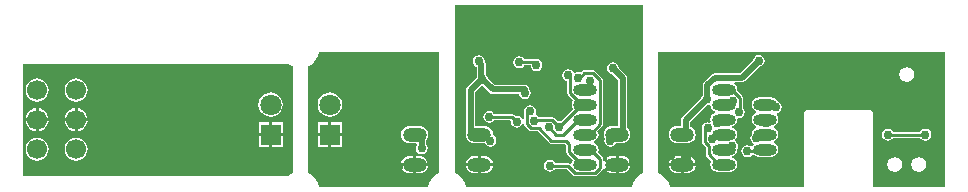
<source format=gbl>
G04 Layer_Physical_Order=2*
G04 Layer_Color=16711680*
%FSLAX25Y25*%
%MOIN*%
G70*
G01*
G75*
%ADD31C,0.01000*%
%ADD32C,0.01969*%
%ADD41C,0.06693*%
%ADD42R,0.07087X0.07087*%
%ADD43C,0.07087*%
%ADD44C,0.02756*%
%ADD45C,0.02953*%
%ADD46O,0.07874X0.04724*%
%ADD47O,0.07874X0.03740*%
G36*
X308240Y1012D02*
X284193D01*
Y26181D01*
X284037Y26558D01*
X283661Y26714D01*
X262007D01*
X261631Y26558D01*
X261474Y26181D01*
Y1012D01*
X216565D01*
X216541Y1254D01*
X216176Y2460D01*
X215581Y3571D01*
X214782Y4546D01*
X213808Y5345D01*
X212745Y5913D01*
Y46233D01*
X308240D01*
Y1012D01*
D02*
G37*
G36*
X89834Y41899D02*
X90897Y41331D01*
Y5913D01*
X89834Y5345D01*
X89351Y4949D01*
X1012D01*
Y42296D01*
X89351D01*
X89834Y41899D01*
D02*
G37*
G36*
X139814Y5913D02*
X138751Y5345D01*
X137777Y4546D01*
X136978Y3571D01*
X136384Y2460D01*
X136018Y1254D01*
X135994Y1012D01*
X99734D01*
X99711Y1254D01*
X99345Y2460D01*
X98751Y3571D01*
X97951Y4546D01*
X96977Y5345D01*
X95915Y5913D01*
Y41331D01*
X96977Y41899D01*
X97951Y42698D01*
X98751Y43673D01*
X99345Y44784D01*
X99711Y45990D01*
X99734Y46233D01*
X139814D01*
Y5913D01*
D02*
G37*
G36*
X207727D02*
X206665Y5345D01*
X205691Y4546D01*
X204891Y3571D01*
X204297Y2460D01*
X203931Y1254D01*
X203907Y1012D01*
X148652D01*
X148628Y1254D01*
X148262Y2460D01*
X147668Y3571D01*
X146869Y4546D01*
X145894Y5345D01*
X144832Y5913D01*
Y61981D01*
X207727D01*
Y5913D01*
D02*
G37*
%LPC*%
G36*
X222342Y11509D02*
X221268D01*
Y9122D01*
X225164D01*
X225131Y9369D01*
X224843Y10065D01*
X224384Y10663D01*
X223786Y11122D01*
X223090Y11411D01*
X222342Y11509D01*
D02*
G37*
G36*
X220268D02*
X219193D01*
X218446Y11411D01*
X217749Y11122D01*
X217151Y10663D01*
X216693Y10065D01*
X216404Y9369D01*
X216372Y9122D01*
X220268D01*
Y11509D01*
D02*
G37*
G36*
X299571Y11112D02*
X298618Y10922D01*
X297810Y10383D01*
X297270Y9575D01*
X297081Y8622D01*
X297270Y7669D01*
X297810Y6861D01*
X298618Y6322D01*
X299571Y6132D01*
X300523Y6322D01*
X301331Y6861D01*
X301871Y7669D01*
X302061Y8622D01*
X301871Y9575D01*
X301331Y10383D01*
X300523Y10922D01*
X299571Y11112D01*
D02*
G37*
G36*
X291571D02*
X290618Y10922D01*
X289810Y10383D01*
X289270Y9575D01*
X289081Y8622D01*
X289270Y7669D01*
X289810Y6861D01*
X290618Y6322D01*
X291571Y6132D01*
X292524Y6322D01*
X293331Y6861D01*
X293871Y7669D01*
X294061Y8622D01*
X293871Y9575D01*
X293331Y10383D01*
X292524Y10922D01*
X291571Y11112D01*
D02*
G37*
G36*
X220268Y8122D02*
X216372D01*
X216404Y7875D01*
X216693Y7179D01*
X217151Y6581D01*
X217749Y6122D01*
X218446Y5833D01*
X219193Y5735D01*
X220268D01*
Y8122D01*
D02*
G37*
G36*
X225164D02*
X221268D01*
Y5735D01*
X222342D01*
X223090Y5833D01*
X223786Y6122D01*
X224384Y6581D01*
X224843Y7179D01*
X225131Y7875D01*
X225164Y8122D01*
D02*
G37*
G36*
X246260Y45216D02*
X245492Y45063D01*
X244841Y44628D01*
X244406Y43977D01*
X244283Y43361D01*
X239928Y39005D01*
X231527D01*
X230951Y38891D01*
X230463Y38564D01*
X227971Y36073D01*
X227645Y35584D01*
X227530Y35008D01*
Y31753D01*
X227280Y31378D01*
X227157Y30762D01*
X220786Y24391D01*
X220460Y23903D01*
X220345Y23327D01*
Y21501D01*
X219193D01*
X218448Y21403D01*
X217753Y21115D01*
X217157Y20658D01*
X216700Y20062D01*
X216412Y19367D01*
X216314Y18622D01*
X216412Y17877D01*
X216700Y17183D01*
X217157Y16586D01*
X217753Y16129D01*
X218448Y15841D01*
X219193Y15743D01*
X222342D01*
X223088Y15841D01*
X223782Y16129D01*
X224378Y16586D01*
X224836Y17183D01*
X225123Y17877D01*
X225221Y18622D01*
X225123Y19367D01*
X224836Y20062D01*
X224378Y20658D01*
X223782Y21115D01*
X223356Y21292D01*
Y22703D01*
X229286Y28633D01*
X229587Y28693D01*
X229965Y28638D01*
X230130Y28330D01*
X230255Y27700D01*
X230777Y26919D01*
X231559Y26397D01*
X231659Y26377D01*
Y25867D01*
X231559Y25847D01*
X230777Y25325D01*
X230255Y24544D01*
X230072Y23622D01*
X230205Y22954D01*
X230192Y22927D01*
X229790Y22566D01*
X229232Y22676D01*
X228464Y22524D01*
X227813Y22088D01*
X227378Y21437D01*
X227225Y20669D01*
X227241Y20592D01*
X227237Y20571D01*
Y16139D01*
X227313Y15752D01*
X227533Y15424D01*
X228516Y14441D01*
Y12008D01*
X228593Y11621D01*
X228812Y11293D01*
X230378Y9727D01*
X230255Y9544D01*
X230072Y8622D01*
X230255Y7700D01*
X230777Y6919D01*
X231559Y6397D01*
X232480Y6214D01*
X236614D01*
X237536Y6397D01*
X238317Y6919D01*
X238839Y7700D01*
X239023Y8622D01*
X238839Y9544D01*
X238317Y10325D01*
X237536Y10847D01*
X237436Y10867D01*
Y11377D01*
X237536Y11397D01*
X238317Y11919D01*
X238839Y12700D01*
X239023Y13622D01*
X239004Y13717D01*
X239256Y14094D01*
X239408Y14862D01*
X239256Y15630D01*
X238821Y16281D01*
X238542Y16468D01*
X238317Y16919D01*
X238839Y17700D01*
X239023Y18622D01*
X238839Y19544D01*
X238317Y20325D01*
X237536Y20847D01*
X237436Y20867D01*
Y21377D01*
X237536Y21397D01*
X238317Y21919D01*
X238839Y22700D01*
X239023Y23622D01*
X238994Y23765D01*
X239348Y24119D01*
X239567Y24075D01*
X240335Y24228D01*
X240986Y24663D01*
X241421Y25314D01*
X241574Y26083D01*
X241421Y26851D01*
X240986Y27502D01*
X240980Y27506D01*
Y30882D01*
X240903Y31269D01*
X240684Y31598D01*
X238962Y33319D01*
X239023Y33622D01*
X238839Y34544D01*
X238317Y35325D01*
X238063Y35495D01*
X238215Y35995D01*
X240551D01*
X241127Y36109D01*
X241616Y36436D01*
X246412Y41232D01*
X247028Y41354D01*
X247679Y41789D01*
X248114Y42441D01*
X248267Y43209D01*
X248114Y43977D01*
X247679Y44628D01*
X247028Y45063D01*
X246260Y45216D01*
D02*
G37*
G36*
X295571Y41112D02*
X294618Y40922D01*
X293810Y40383D01*
X293270Y39575D01*
X293081Y38622D01*
X293270Y37669D01*
X293810Y36861D01*
X294618Y36322D01*
X295571Y36132D01*
X296523Y36322D01*
X297331Y36861D01*
X297871Y37669D01*
X298061Y38622D01*
X297871Y39575D01*
X297331Y40383D01*
X296523Y40922D01*
X295571Y41112D01*
D02*
G37*
G36*
X250394Y31030D02*
X246260D01*
X245338Y30847D01*
X244557Y30325D01*
X244035Y29544D01*
X243851Y28622D01*
X244035Y27700D01*
X244557Y26919D01*
X245338Y26397D01*
X245438Y26377D01*
Y25867D01*
X245338Y25847D01*
X244557Y25325D01*
X244035Y24544D01*
X243851Y23622D01*
X244035Y22700D01*
X244557Y21919D01*
X245338Y21397D01*
X245438Y21377D01*
Y20867D01*
X245338Y20847D01*
X244557Y20325D01*
X244035Y19544D01*
X243851Y18622D01*
X243864Y18557D01*
X243618Y18189D01*
X243465Y17421D01*
X243618Y16653D01*
X244053Y16002D01*
X244361Y15796D01*
X244555Y15330D01*
X244457Y15176D01*
X244216Y14815D01*
X244191Y14795D01*
X243601Y14679D01*
X243575Y14687D01*
X243189Y14945D01*
X242421Y15098D01*
X241653Y14945D01*
X241002Y14510D01*
X240567Y13859D01*
X240414Y13091D01*
X240567Y12323D01*
X241002Y11671D01*
X241653Y11236D01*
X242421Y11084D01*
X243189Y11236D01*
X243841Y11671D01*
X244010Y11924D01*
X244553D01*
X244557Y11919D01*
X245338Y11397D01*
X246260Y11214D01*
X250394D01*
X251315Y11397D01*
X252097Y11919D01*
X252619Y12700D01*
X252802Y13622D01*
X252619Y14544D01*
X252097Y15325D01*
X251315Y15847D01*
X251215Y15867D01*
Y16377D01*
X251315Y16397D01*
X252097Y16919D01*
X252619Y17700D01*
X252802Y18622D01*
X252619Y19544D01*
X252097Y20325D01*
X251315Y20847D01*
X251215Y20867D01*
Y21377D01*
X251315Y21397D01*
X252097Y21919D01*
X252619Y22700D01*
X252802Y23622D01*
X252619Y24544D01*
X252190Y25185D01*
X252308Y25628D01*
X252380Y25732D01*
X252737Y25803D01*
X253388Y26238D01*
X253823Y26889D01*
X253976Y27657D01*
X253823Y28425D01*
X253388Y29077D01*
X252737Y29512D01*
X252621Y29535D01*
X252619Y29544D01*
X252097Y30325D01*
X251315Y30847D01*
X250394Y31030D01*
D02*
G37*
G36*
X301771Y20609D02*
X301003Y20457D01*
X300352Y20022D01*
X300080Y19614D01*
X290963D01*
X290691Y20022D01*
X290039Y20457D01*
X289271Y20609D01*
X288503Y20457D01*
X287852Y20022D01*
X287417Y19370D01*
X287264Y18602D01*
X287417Y17834D01*
X287852Y17183D01*
X288503Y16748D01*
X289271Y16595D01*
X290039Y16748D01*
X290691Y17183D01*
X290963Y17591D01*
X300080D01*
X300352Y17183D01*
X301003Y16748D01*
X301771Y16595D01*
X302539Y16748D01*
X303191Y17183D01*
X303626Y17834D01*
X303779Y18602D01*
X303626Y19371D01*
X303191Y20022D01*
X302539Y20457D01*
X301771Y20609D01*
D02*
G37*
G36*
X83063Y18122D02*
X79520D01*
Y14579D01*
X83063D01*
Y18122D01*
D02*
G37*
G36*
X5709Y17651D02*
X4707Y17519D01*
X3773Y17132D01*
X2971Y16517D01*
X2356Y15715D01*
X1969Y14782D01*
X1837Y13780D01*
X1969Y12777D01*
X2356Y11844D01*
X2971Y11042D01*
X3773Y10426D01*
X4707Y10040D01*
X5709Y9908D01*
X6711Y10040D01*
X7644Y10426D01*
X8446Y11042D01*
X9062Y11844D01*
X9448Y12777D01*
X9580Y13780D01*
X9448Y14782D01*
X9062Y15715D01*
X8446Y16517D01*
X7644Y17132D01*
X6711Y17519D01*
X5709Y17651D01*
D02*
G37*
G36*
X18701D02*
X17699Y17519D01*
X16765Y17132D01*
X15963Y16517D01*
X15348Y15715D01*
X14961Y14782D01*
X14829Y13780D01*
X14961Y12777D01*
X15348Y11844D01*
X15963Y11042D01*
X16765Y10426D01*
X17699Y10040D01*
X18701Y9908D01*
X19703Y10040D01*
X20637Y10426D01*
X21439Y11042D01*
X22054Y11844D01*
X22441Y12777D01*
X22572Y13780D01*
X22441Y14782D01*
X22054Y15715D01*
X21439Y16517D01*
X20637Y17132D01*
X19703Y17519D01*
X18701Y17651D01*
D02*
G37*
G36*
X87606Y18122D02*
X84063D01*
Y14579D01*
X87606D01*
Y18122D01*
D02*
G37*
G36*
X18201Y27436D02*
X17697Y27369D01*
X16761Y26982D01*
X15957Y26365D01*
X15341Y25562D01*
X14953Y24626D01*
X14887Y24122D01*
X18201D01*
Y27436D01*
D02*
G37*
G36*
X19201Y27436D02*
Y24122D01*
X22514D01*
X22448Y24626D01*
X22061Y25562D01*
X21444Y26365D01*
X20641Y26982D01*
X19705Y27369D01*
X19201Y27436D01*
D02*
G37*
G36*
X83563Y32692D02*
X82509Y32554D01*
X81528Y32147D01*
X80685Y31500D01*
X80038Y30657D01*
X79631Y29675D01*
X79493Y28622D01*
X79631Y27569D01*
X80038Y26587D01*
X80685Y25744D01*
X81528Y25097D01*
X82509Y24690D01*
X83563Y24552D01*
X84616Y24690D01*
X85598Y25097D01*
X86441Y25744D01*
X87088Y26587D01*
X87494Y27569D01*
X87633Y28622D01*
X87494Y29675D01*
X87088Y30657D01*
X86441Y31500D01*
X85598Y32147D01*
X84616Y32554D01*
X83563Y32692D01*
D02*
G37*
G36*
X5209Y27436D02*
X4704Y27369D01*
X3769Y26982D01*
X2965Y26365D01*
X2349Y25562D01*
X1961Y24626D01*
X1895Y24122D01*
X5209D01*
Y27436D01*
D02*
G37*
G36*
X6209Y27436D02*
Y24122D01*
X9522D01*
X9456Y24626D01*
X9069Y25562D01*
X8452Y26365D01*
X7648Y26982D01*
X6713Y27369D01*
X6209Y27436D01*
D02*
G37*
G36*
X5709Y37336D02*
X4707Y37204D01*
X3773Y36818D01*
X2971Y36202D01*
X2356Y35400D01*
X1969Y34467D01*
X1837Y33465D01*
X1969Y32462D01*
X2356Y31529D01*
X2971Y30727D01*
X3773Y30112D01*
X4707Y29725D01*
X5709Y29593D01*
X6711Y29725D01*
X7644Y30112D01*
X8446Y30727D01*
X9062Y31529D01*
X9448Y32462D01*
X9580Y33465D01*
X9448Y34467D01*
X9062Y35400D01*
X8446Y36202D01*
X7644Y36818D01*
X6711Y37204D01*
X5709Y37336D01*
D02*
G37*
G36*
X18701D02*
X17699Y37204D01*
X16765Y36818D01*
X15963Y36202D01*
X15348Y35400D01*
X14961Y34467D01*
X14829Y33465D01*
X14961Y32462D01*
X15348Y31529D01*
X15963Y30727D01*
X16765Y30112D01*
X17699Y29725D01*
X18701Y29593D01*
X19703Y29725D01*
X20637Y30112D01*
X21439Y30727D01*
X22054Y31529D01*
X22441Y32462D01*
X22572Y33465D01*
X22441Y34467D01*
X22054Y35400D01*
X21439Y36202D01*
X20637Y36818D01*
X19703Y37204D01*
X18701Y37336D01*
D02*
G37*
G36*
X83063Y22665D02*
X79520D01*
Y19122D01*
X83063D01*
Y22665D01*
D02*
G37*
G36*
X87606D02*
X84063D01*
Y19122D01*
X87606D01*
Y22665D01*
D02*
G37*
G36*
X9522Y23122D02*
X6209D01*
Y19808D01*
X6713Y19875D01*
X7648Y20262D01*
X8452Y20879D01*
X9069Y21682D01*
X9456Y22618D01*
X9522Y23122D01*
D02*
G37*
G36*
X5209D02*
X1895D01*
X1961Y22618D01*
X2349Y21682D01*
X2965Y20879D01*
X3769Y20262D01*
X4704Y19875D01*
X5209Y19808D01*
Y23122D01*
D02*
G37*
G36*
X22514Y23122D02*
X19201D01*
Y19808D01*
X19705Y19875D01*
X20641Y20262D01*
X21444Y20879D01*
X22061Y21682D01*
X22448Y22618D01*
X22514Y23122D01*
D02*
G37*
G36*
X18201D02*
X14887D01*
X14953Y22618D01*
X15341Y21682D01*
X15957Y20879D01*
X16761Y20262D01*
X17697Y19875D01*
X18201Y19808D01*
Y23122D01*
D02*
G37*
G36*
X133071Y11509D02*
X131996D01*
Y9122D01*
X135892D01*
X135859Y9369D01*
X135571Y10065D01*
X135112Y10663D01*
X134514Y11122D01*
X133818Y11411D01*
X133071Y11509D01*
D02*
G37*
G36*
X130996D02*
X129921D01*
X129174Y11411D01*
X128478Y11122D01*
X127880Y10663D01*
X127421Y10065D01*
X127133Y9369D01*
X127100Y9122D01*
X130996D01*
Y11509D01*
D02*
G37*
G36*
X133071Y21501D02*
X129921D01*
X129176Y21403D01*
X128482Y21115D01*
X127885Y20658D01*
X127428Y20062D01*
X127140Y19367D01*
X127042Y18622D01*
X127140Y17877D01*
X127428Y17183D01*
X127885Y16586D01*
X128482Y16129D01*
X129176Y15841D01*
X129921Y15743D01*
X132087D01*
X132271Y15243D01*
X132004Y14843D01*
X131851Y14075D01*
X132004Y13307D01*
X132439Y12656D01*
X133090Y12220D01*
X133858Y12068D01*
X134626Y12220D01*
X135277Y12656D01*
X135713Y13307D01*
X135865Y14075D01*
X135713Y14843D01*
X135364Y15365D01*
Y16921D01*
X135564Y17183D01*
X135852Y17877D01*
X135950Y18622D01*
X135852Y19367D01*
X135564Y20062D01*
X135107Y20658D01*
X134510Y21115D01*
X133816Y21403D01*
X133071Y21501D01*
D02*
G37*
G36*
X130996Y8122D02*
X127100D01*
X127133Y7875D01*
X127421Y7179D01*
X127880Y6581D01*
X128478Y6122D01*
X129174Y5833D01*
X129921Y5735D01*
X130996D01*
Y8122D01*
D02*
G37*
G36*
X135892D02*
X131996D01*
Y5735D01*
X133071D01*
X133818Y5833D01*
X134514Y6122D01*
X135112Y6581D01*
X135571Y7179D01*
X135859Y7875D01*
X135892Y8122D01*
D02*
G37*
G36*
X103248Y32692D02*
X102195Y32554D01*
X101213Y32147D01*
X100370Y31500D01*
X99723Y30657D01*
X99317Y29675D01*
X99178Y28622D01*
X99317Y27569D01*
X99723Y26587D01*
X100370Y25744D01*
X101213Y25097D01*
X102195Y24690D01*
X103248Y24552D01*
X104302Y24690D01*
X105283Y25097D01*
X106126Y25744D01*
X106773Y26587D01*
X107180Y27569D01*
X107318Y28622D01*
X107180Y29675D01*
X106773Y30657D01*
X106126Y31500D01*
X105283Y32147D01*
X104302Y32554D01*
X103248Y32692D01*
D02*
G37*
G36*
X102748Y22665D02*
X99205D01*
Y19122D01*
X102748D01*
Y22665D01*
D02*
G37*
G36*
Y18122D02*
X99205D01*
Y14579D01*
X102748D01*
Y18122D01*
D02*
G37*
G36*
X107291D02*
X103748D01*
Y14579D01*
X107291D01*
Y18122D01*
D02*
G37*
G36*
Y22665D02*
X103748D01*
Y19122D01*
X107291D01*
Y22665D01*
D02*
G37*
G36*
X154724Y11509D02*
X153650D01*
Y9122D01*
X157545D01*
X157513Y9369D01*
X157225Y10065D01*
X156766Y10663D01*
X156168Y11122D01*
X155472Y11411D01*
X154724Y11509D01*
D02*
G37*
G36*
X200591D02*
X199516D01*
Y9122D01*
X203412D01*
X203379Y9369D01*
X203091Y10065D01*
X202632Y10663D01*
X202034Y11122D01*
X201338Y11411D01*
X200591Y11509D01*
D02*
G37*
G36*
X197638Y42755D02*
X196870Y42602D01*
X196219Y42167D01*
X195783Y41516D01*
X195631Y40748D01*
X195783Y39980D01*
X196219Y39329D01*
X196870Y38894D01*
X197486Y38771D01*
X199381Y36876D01*
Y21501D01*
X197441D01*
X196696Y21403D01*
X196001Y21115D01*
X195405Y20658D01*
X194948Y20062D01*
X194660Y19367D01*
X194562Y18622D01*
X194660Y17877D01*
X194898Y17303D01*
X194745Y16535D01*
X194898Y15767D01*
X195333Y15116D01*
X195984Y14681D01*
X196752Y14528D01*
X197520Y14681D01*
X198171Y15116D01*
X198590Y15743D01*
X200591D01*
X201336Y15841D01*
X202030Y16129D01*
X202626Y16586D01*
X203084Y17183D01*
X203371Y17877D01*
X203469Y18622D01*
X203371Y19367D01*
X203084Y20062D01*
X202626Y20658D01*
X202391Y20838D01*
Y37500D01*
X202276Y38076D01*
X201950Y38564D01*
X199615Y40900D01*
X199492Y41516D01*
X199057Y42167D01*
X198406Y42602D01*
X197638Y42755D01*
D02*
G37*
G36*
X157545Y8122D02*
X153650D01*
Y5735D01*
X154724D01*
X155472Y5833D01*
X156168Y6122D01*
X156766Y6581D01*
X157225Y7179D01*
X157513Y7875D01*
X157545Y8122D01*
D02*
G37*
G36*
X203412D02*
X199516D01*
Y5735D01*
X200591D01*
X201338Y5833D01*
X202034Y6122D01*
X202632Y6581D01*
X203091Y7179D01*
X203379Y7875D01*
X203412Y8122D01*
D02*
G37*
G36*
X152650D02*
X148754D01*
X148786Y7875D01*
X149075Y7179D01*
X149533Y6581D01*
X150131Y6122D01*
X150828Y5833D01*
X151575Y5735D01*
X152650D01*
Y8122D01*
D02*
G37*
G36*
Y11509D02*
X151575D01*
X150828Y11411D01*
X150131Y11122D01*
X149533Y10663D01*
X149075Y10065D01*
X148786Y9369D01*
X148754Y9122D01*
X152650D01*
Y11509D01*
D02*
G37*
G36*
X152854Y45117D02*
X152086Y44965D01*
X151435Y44530D01*
X151000Y43878D01*
X150847Y43110D01*
X151000Y42342D01*
X151435Y41691D01*
X152086Y41256D01*
X152258Y41222D01*
Y38092D01*
X152264Y38064D01*
X152204Y37975D01*
X152082Y37358D01*
X149132Y34409D01*
X148806Y33921D01*
X148691Y33345D01*
Y18622D01*
X148705Y18556D01*
X148794Y17877D01*
X149082Y17183D01*
X149539Y16586D01*
X150135Y16129D01*
X150830Y15841D01*
X151575Y15743D01*
X154724D01*
X154995Y15779D01*
X155372Y15215D01*
X156023Y14780D01*
X156791Y14627D01*
X157559Y14780D01*
X158211Y15215D01*
X158646Y15866D01*
X158798Y16634D01*
X158646Y17402D01*
X158211Y18053D01*
X157584Y18472D01*
X157603Y18622D01*
X157505Y19367D01*
X157218Y20062D01*
X156760Y20658D01*
X156164Y21115D01*
X155470Y21403D01*
X154724Y21501D01*
X151702D01*
Y32721D01*
X154059Y35078D01*
X156539Y32597D01*
X157028Y32271D01*
X157604Y32156D01*
X166364D01*
X166453Y31712D01*
X166888Y31061D01*
X167539Y30626D01*
X168307Y30473D01*
X169075Y30626D01*
X169726Y31061D01*
X170161Y31712D01*
X170314Y32480D01*
X170161Y33248D01*
X169781Y33817D01*
X169698Y34238D01*
X169371Y34726D01*
X168883Y35052D01*
X168307Y35167D01*
X158227D01*
X156035Y37358D01*
X155913Y37975D01*
X155478Y38626D01*
X155269Y38766D01*
Y42201D01*
X155154Y42777D01*
X154832Y43260D01*
X154709Y43878D01*
X154274Y44530D01*
X153622Y44965D01*
X152854Y45117D01*
D02*
G37*
G36*
X166437Y44724D02*
X165669Y44571D01*
X165018Y44136D01*
X164583Y43485D01*
X164430Y42717D01*
X164583Y41949D01*
X165018Y41297D01*
X165669Y40862D01*
X166437Y40709D01*
X167205Y40862D01*
X167856Y41297D01*
X168129Y41705D01*
X170164D01*
X170291Y41063D01*
X170726Y40411D01*
X171378Y39976D01*
X172146Y39824D01*
X172914Y39976D01*
X173565Y40411D01*
X174000Y41063D01*
X174153Y41831D01*
X174000Y42599D01*
X173565Y43250D01*
X172914Y43685D01*
X172146Y43838D01*
X171427Y43695D01*
X171260Y43728D01*
X168129D01*
X167856Y44136D01*
X167205Y44571D01*
X166437Y44724D01*
D02*
G37*
G36*
X182776Y40393D02*
X182008Y40240D01*
X181356Y39805D01*
X180921Y39154D01*
X180769Y38386D01*
X180921Y37618D01*
X181356Y36967D01*
X182008Y36532D01*
X182445Y36445D01*
Y32436D01*
X182522Y32049D01*
X182741Y31721D01*
X184424Y30038D01*
X184094Y29544D01*
X183910Y28622D01*
X184094Y27700D01*
X184390Y27257D01*
X180194Y23062D01*
X179650Y23170D01*
X179269Y23094D01*
X178092Y24270D01*
X177764Y24490D01*
X177377Y24567D01*
X172955D01*
X172900Y24649D01*
X172249Y25084D01*
X172035Y25126D01*
X171885Y25489D01*
X171870Y25669D01*
X172011Y26379D01*
X171859Y27147D01*
X171423Y27799D01*
X170772Y28234D01*
X170004Y28386D01*
X169236Y28234D01*
X168585Y27799D01*
X168150Y27147D01*
X167997Y26379D01*
X168076Y25981D01*
X168054Y25948D01*
X167977Y25561D01*
Y23861D01*
X167802Y23799D01*
X167477Y23778D01*
X167093Y24353D01*
X166441Y24789D01*
X165673Y24941D01*
X165192Y24846D01*
X164815Y25223D01*
X164487Y25442D01*
X164100Y25519D01*
X158089D01*
X157817Y25927D01*
X157166Y26362D01*
X156398Y26515D01*
X155630Y26362D01*
X154978Y25927D01*
X154543Y25276D01*
X154391Y24508D01*
X154543Y23740D01*
X154978Y23089D01*
X155630Y22654D01*
X156398Y22501D01*
X157166Y22654D01*
X157817Y23089D01*
X158089Y23496D01*
X163268D01*
X163679Y22996D01*
X163666Y22934D01*
X163819Y22166D01*
X164254Y21515D01*
X164905Y21080D01*
X165673Y20927D01*
X166441Y21080D01*
X167093Y21515D01*
X167493Y22114D01*
X167587Y22122D01*
X167713Y22117D01*
X167999Y22041D01*
X168054Y21766D01*
X168273Y21438D01*
X169745Y19967D01*
X170073Y19747D01*
X170460Y19670D01*
X172600D01*
X176352Y15919D01*
X176680Y15699D01*
X177067Y15622D01*
X177067Y15622D01*
X181471D01*
X182086Y15007D01*
Y12795D01*
X182163Y12408D01*
X182383Y12080D01*
X184424Y10038D01*
X184094Y9544D01*
X183989Y9015D01*
X183446Y8851D01*
X183314Y8983D01*
X182986Y9202D01*
X182598Y9279D01*
X178365D01*
X178093Y9687D01*
X177442Y10122D01*
X176673Y10275D01*
X175905Y10122D01*
X175254Y9687D01*
X174819Y9036D01*
X174666Y8268D01*
X174819Y7500D01*
X175254Y6848D01*
X175905Y6413D01*
X176673Y6261D01*
X177442Y6413D01*
X178093Y6848D01*
X178365Y7256D01*
X182179D01*
X184391Y5045D01*
X184719Y4825D01*
X185106Y4748D01*
X191638D01*
X192025Y4825D01*
X192354Y5045D01*
X194030Y6721D01*
X194249Y7049D01*
X194803Y7299D01*
X194901Y7275D01*
X194941Y7179D01*
X195400Y6581D01*
X195998Y6122D01*
X196694Y5833D01*
X197441Y5735D01*
X198516D01*
Y8622D01*
Y11509D01*
X197441D01*
X196694Y11411D01*
X195998Y11122D01*
X195400Y10663D01*
X194941Y10065D01*
X194826Y9790D01*
X194326Y9889D01*
Y10622D01*
X194249Y11009D01*
X194030Y11337D01*
X194030Y11337D01*
X192674Y12694D01*
X192678Y12700D01*
X192861Y13622D01*
X192678Y14544D01*
X192156Y15325D01*
X191374Y15847D01*
X191274Y15867D01*
Y16377D01*
X191374Y16397D01*
X192156Y16919D01*
X192678Y17700D01*
X192861Y18622D01*
X192678Y19544D01*
X192492Y19821D01*
X194121Y21450D01*
X194340Y21778D01*
X194417Y22165D01*
Y36713D01*
X194340Y37100D01*
X194121Y37428D01*
X194121Y37428D01*
X191660Y39889D01*
X191332Y40108D01*
X190945Y40185D01*
X188091D01*
X188091Y40185D01*
X187704Y40108D01*
X187375Y39889D01*
X186849Y39362D01*
X186122Y39507D01*
X185354Y39354D01*
X185130Y39204D01*
X184630Y39154D01*
X184504Y39342D01*
X184195Y39805D01*
X183544Y40240D01*
X182776Y40393D01*
D02*
G37*
%LPD*%
D31*
X194898Y10523D02*
X196799Y8622D01*
X197193D02*
X199016D01*
X194701Y6524D02*
X196602Y8425D01*
X168989Y25561D02*
X170103Y26675D01*
X156398Y24508D02*
X164100D01*
X170460Y20682D02*
X173019D01*
X168989Y22153D02*
Y25561D01*
X173019Y20682D02*
X177067Y16634D01*
X176181Y21063D02*
X178771Y18474D01*
X181072D01*
X179639Y21076D02*
X187008Y28445D01*
X168989Y22153D02*
X170460Y20682D01*
X193405Y22165D02*
Y36713D01*
X189862Y18622D02*
X193405Y22165D01*
X190945Y39173D02*
X193405Y36713D01*
X183457Y32436D02*
Y37705D01*
X187271Y28622D02*
X189862D01*
X183457Y32436D02*
X187271Y28622D01*
X182598Y8268D02*
X185106Y5760D01*
X191638D01*
X188386Y13622D02*
X190315D01*
X181072Y18474D02*
X186270Y23671D01*
X186516Y37598D02*
X188091Y39173D01*
X190945D01*
X228248Y16139D02*
X229528Y14860D01*
X228248Y16139D02*
Y20571D01*
X229528Y12008D02*
Y14860D01*
Y12008D02*
X232913Y8622D01*
X237918Y32933D02*
X239968Y30882D01*
Y26484D02*
Y30882D01*
X234547Y33622D02*
X237918D01*
X239567Y26083D02*
X239968Y26484D01*
X242421Y13091D02*
X247795D01*
X229921Y17224D02*
X231319Y18622D01*
X233071Y23622D02*
Y23917D01*
Y23327D02*
Y23622D01*
X234449D01*
X232677D02*
X233071D01*
X232677Y22933D02*
X233071Y23327D01*
X171260Y42717D02*
X172146Y41831D01*
X166437Y42717D02*
X171260D01*
X301771Y18602D02*
X301771Y18602D01*
X289271Y18602D02*
X301771D01*
X171216Y23555D02*
X177377D01*
X179710Y21222D01*
X183098Y12795D02*
X186332Y9561D01*
X176673Y8268D02*
X182598D01*
X164100Y24508D02*
X165673Y22934D01*
X182776Y38386D02*
X183457Y37705D01*
X177067Y16634D02*
X181890D01*
X183098Y15426D01*
Y12795D02*
Y15426D01*
X193315Y7436D02*
Y10622D01*
X191638Y5760D02*
X193315Y7436D01*
X190315Y13622D02*
X193315Y10622D01*
D32*
X221850Y18602D02*
Y23327D01*
X229134Y30610D01*
X231527Y37500D02*
X240551D01*
X229035Y30807D02*
Y35008D01*
X229035Y30807D02*
X229035Y30807D01*
Y35008D02*
X231527Y37500D01*
X240551D02*
X246260Y43209D01*
X133858Y14075D02*
Y18701D01*
X153763Y38092D02*
Y42201D01*
X200886Y18504D02*
Y37500D01*
X154059Y37207D02*
X157604Y33661D01*
X168307D01*
X150197Y18622D02*
Y33345D01*
X154059Y37207D01*
X152854Y43110D02*
X153763Y42201D01*
X197638Y40748D02*
X200886Y37500D01*
D41*
X5709Y13780D02*
D03*
Y33465D02*
D03*
Y23622D02*
D03*
X18701Y33465D02*
D03*
Y13780D02*
D03*
Y23622D02*
D03*
D42*
X103248Y18622D02*
D03*
X83563D02*
D03*
D43*
X103248Y28622D02*
D03*
X83563D02*
D03*
D44*
X174803Y33366D02*
D03*
X178740D02*
D03*
Y29429D02*
D03*
X174803D02*
D03*
D45*
X176205Y21064D02*
D03*
X171481Y23230D02*
D03*
X177067Y13386D02*
D03*
X179650Y21162D02*
D03*
X165673Y22934D02*
D03*
X176673Y8268D02*
D03*
X186122Y37500D02*
D03*
X180118Y4626D02*
D03*
X189862Y36614D02*
D03*
X248654Y22540D02*
D03*
X245473Y17421D02*
D03*
X222342Y4232D02*
D03*
X271850Y43012D02*
D03*
X264567Y43110D02*
D03*
X230752Y17224D02*
D03*
X242717Y30610D02*
D03*
X240354Y19488D02*
D03*
X229429Y26083D02*
D03*
X232480Y22539D02*
D03*
X237401Y14862D02*
D03*
X239567Y26083D02*
D03*
X229232Y20669D02*
D03*
X148425Y35827D02*
D03*
X103248Y8957D02*
D03*
X125984Y14567D02*
D03*
X136713Y10531D02*
D03*
X64173Y7874D02*
D03*
X61024Y39370D02*
D03*
X24803D02*
D03*
X172146Y41831D02*
D03*
X169980Y37992D02*
D03*
X160925Y36614D02*
D03*
X156299Y12992D02*
D03*
X170004Y26379D02*
D03*
X152854Y43110D02*
D03*
X154059Y37207D02*
D03*
X197638Y40748D02*
D03*
X182776Y38386D02*
D03*
X193996Y39665D02*
D03*
X166437Y42717D02*
D03*
X182382Y46555D02*
D03*
X168307Y32480D02*
D03*
X165021Y19526D02*
D03*
X204921Y36220D02*
D03*
X201870Y57776D02*
D03*
X202067Y43110D02*
D03*
X156398Y24508D02*
D03*
X182480Y57776D02*
D03*
X171063Y51083D02*
D03*
X153937Y56988D02*
D03*
X205118Y20472D02*
D03*
X147343Y8661D02*
D03*
X153150Y4331D02*
D03*
X204232Y9252D02*
D03*
X166831Y4724D02*
D03*
X158957Y8563D02*
D03*
X196260Y22835D02*
D03*
Y12795D02*
D03*
X156791Y16634D02*
D03*
X162402Y51181D02*
D03*
X196752Y16535D02*
D03*
X150000Y46161D02*
D03*
X199016Y4134D02*
D03*
X193209Y50000D02*
D03*
X229134Y30610D02*
D03*
X251969Y27657D02*
D03*
X256201Y24409D02*
D03*
X242421Y13091D02*
D03*
X282283Y39862D02*
D03*
X275492Y43012D02*
D03*
X237500Y29823D02*
D03*
X222441Y11122D02*
D03*
X119882Y37697D02*
D03*
X130315Y32185D02*
D03*
X133858Y14075D02*
D03*
X27756Y14173D02*
D03*
X72835Y31496D02*
D03*
Y13780D02*
D03*
X37402Y7874D02*
D03*
X83268Y39173D02*
D03*
X8661Y39370D02*
D03*
X9154Y7874D02*
D03*
X268209Y43110D02*
D03*
X39370Y39370D02*
D03*
X136614Y22343D02*
D03*
X119882Y32382D02*
D03*
X259842Y13484D02*
D03*
X301771Y18602D02*
D03*
X289271Y18602D02*
D03*
X216535Y26673D02*
D03*
X286024Y22441D02*
D03*
X286516Y4134D02*
D03*
X304331Y43799D02*
D03*
X304134Y3642D02*
D03*
X246260Y43209D02*
D03*
X279035Y43012D02*
D03*
X291831Y37205D02*
D03*
X282382Y34252D02*
D03*
X289271Y33366D02*
D03*
X289567Y14961D02*
D03*
X219193Y43701D02*
D03*
X216535Y29823D02*
D03*
X222342Y40256D02*
D03*
X216535Y23425D02*
D03*
X304527Y23622D02*
D03*
X222441Y32874D02*
D03*
X103248Y38780D02*
D03*
X130315Y37697D02*
D03*
X111614Y16732D02*
D03*
X112500Y9154D02*
D03*
X216831Y11516D02*
D03*
X216437Y37598D02*
D03*
X222441Y36713D02*
D03*
X116150Y5405D02*
D03*
X125098Y42126D02*
D03*
X126279Y7776D02*
D03*
X129831Y4224D02*
D03*
X188386Y3248D02*
D03*
X170374Y60335D02*
D03*
X157677Y60236D02*
D03*
X147047Y22441D02*
D03*
D46*
X199016Y18622D02*
D03*
Y8622D02*
D03*
X131496Y18622D02*
D03*
Y8622D02*
D03*
X220768Y18622D02*
D03*
Y8622D02*
D03*
X153150Y18622D02*
D03*
Y8622D02*
D03*
D47*
X188386Y13622D02*
D03*
Y8622D02*
D03*
Y33622D02*
D03*
Y28622D02*
D03*
Y18622D02*
D03*
Y23622D02*
D03*
X248327Y28622D02*
D03*
Y23622D02*
D03*
Y13622D02*
D03*
Y18622D02*
D03*
X234547Y13622D02*
D03*
Y8622D02*
D03*
Y33622D02*
D03*
Y28622D02*
D03*
Y18622D02*
D03*
Y23622D02*
D03*
M02*

</source>
